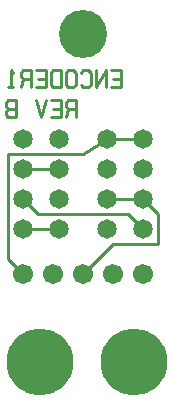
<source format=gbl>
%MOIN*%
%FSLAX25Y25*%
G04 D10 used for Character Trace; *
G04     Circle (OD=.01000) (No hole)*
G04 D11 used for Power Trace; *
G04     Circle (OD=.06500) (No hole)*
G04 D12 used for Signal Trace; *
G04     Circle (OD=.01100) (No hole)*
G04 D13 used for Via; *
G04     Circle (OD=.05800) (Round. Hole ID=.02800)*
G04 D14 used for Component hole; *
G04     Circle (OD=.06500) (Round. Hole ID=.03500)*
G04 D15 used for Component hole; *
G04     Circle (OD=.06700) (Round. Hole ID=.04300)*
G04 D16 used for Component hole; *
G04     Circle (OD=.08100) (Round. Hole ID=.05100)*
G04 D17 used for Component hole; *
G04     Circle (OD=.08900) (Round. Hole ID=.05900)*
G04 D18 used for Component hole; *
G04     Circle (OD=.11300) (Round. Hole ID=.08300)*
G04 D19 used for Component hole; *
G04     Circle (OD=.16000) (Round. Hole ID=.13000)*
G04 D20 used for Component hole; *
G04     Circle (OD=.18300) (Round. Hole ID=.15300)*
G04 D21 used for Component hole; *
G04     Circle (OD=.22291) (Round. Hole ID=.19291)*
%ADD10C,.01000*%
%ADD11C,.06500*%
%ADD12C,.01100*%
%ADD13C,.05800*%
%ADD14C,.06500*%
%ADD15C,.06700*%
%ADD16C,.08100*%
%ADD17C,.08900*%
%ADD18C,.11300*%
%ADD19C,.16000*%
%ADD20C,.18300*%
%ADD21C,.22291*%
%IPPOS*%
%LPD*%
G90*X0Y0D02*D21*X15625Y15625D03*D15*              
X40000Y45000D03*X30000D03*D12*X40000Y55000D01*    
X55000D01*Y65000D01*X50000Y70000D01*D14*D03*D12*  
X37950D01*D14*D03*X22050Y80000D03*D12*X10000D01*  
D14*D03*D12*X5000Y50000D02*Y85000D01*             
X10000Y45000D02*X5000Y50000D01*D15*               
X10000Y45000D03*X20000D03*D14*X22050Y60000D03*D12*
X10000D01*D14*D03*D12*X15000Y65000D02*X45000D01*  
X50000Y60000D01*D14*D03*X37950D03*D15*            
X50000Y45000D03*D14*Y80000D03*X37950D03*          
X22050Y70000D03*D12*X5000Y85000D02*X30000D01*D14* 
X10000Y90000D03*D10*X27511Y97129D02*Y102871D01*   
X25000D01*X24163Y101914D01*Y100957D01*            
X25000Y100000D01*X27511D01*X25000D02*             
X24163Y97129D01*X19163D02*X22511D01*Y102871D01*   
X19163D01*X22511Y100000D02*X20000D01*             
X17511Y102871D02*X15837Y97129D01*X14163Y102871D01*
X7511Y97129D02*Y102871D01*X5000D01*               
X4163Y101914D01*Y100957D01*X5000Y100000D01*       
X4163Y99043D01*Y98086D01*X5000Y97129D01*X7511D01* 
Y100000D02*X5000D01*D14*X10000Y70000D03*D12*      
X15000Y65000D01*X30000Y85000D02*X37950Y90000D01*  
D14*D03*D12*X50000D01*D14*D03*X22050D03*D19*      
X30000Y125000D03*D10*X39163Y107129D02*X42511D01*  
Y112871D01*X39163D01*X42511Y110000D02*X40000D01*  
X37511Y107129D02*Y112871D01*X34163Y107129D01*     
Y112871D01*X29163Y108086D02*X30000Y107129D01*     
X31674D01*X32511Y108086D01*Y111914D01*            
X31674Y112871D01*X30000D01*X29163Y111914D01*      
X24163Y108086D02*X25000Y107129D01*X26674D01*      
X27511Y108086D01*Y111914D01*X26674Y112871D01*     
X25000D01*X24163Y111914D01*Y108086D01*            
X22511Y107129D02*Y112871D01*X20000D01*            
X19163Y111914D01*Y108086D01*X20000Y107129D01*     
X22511D01*X14163D02*X17511D01*Y112871D01*         
X14163D01*X17511Y110000D02*X15000D01*             
X12511Y107129D02*Y112871D01*X10000D01*            
X9163Y111914D01*Y110957D01*X10000Y110000D01*      
X12511D01*X10000D02*X9163Y107129D01*              
X6674Y111914D02*X5837Y112871D01*Y107129D01*       
X6674D02*X5000D01*D21*X46875Y15625D03*M02*        

</source>
